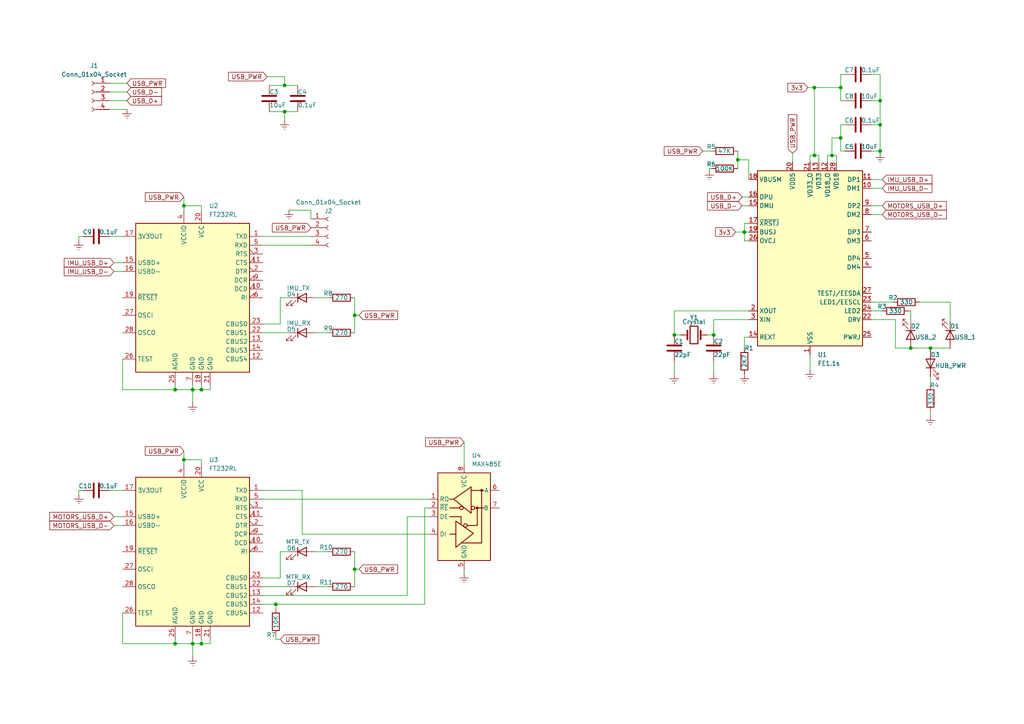
<source format=kicad_sch>
(kicad_sch (version 20231120) (generator "eeschema") (generator_version "8.0")
  (paper "A4")
  (title_block (title "Communication Board for Humanoid Robot"))
  (lib_symbols
    (symbol "Connector:Conn_01x04_Socket" (pin_names (offset 1.016) hide)
      (property "Reference" "J" (at 0 5.08 0))
      (property "Value" "Conn_01x04_Socket" (at 0 -7.62 0))
      (symbol "Conn_01x04_Socket_1_1"
        (arc (start 0 -4.572) (mid -0.5058 -5.08) (end 0 -5.588) (stroke (width 0.1524)))
        (arc (start 0 -2.032) (mid -0.5058 -2.54) (end 0 -3.048) (stroke (width 0.1524)))
        (polyline (pts (xy -1.27 -5.08) (xy -0.508 -5.08)) (stroke (width 0.1524)))
        (polyline (pts (xy -1.27 -2.54) (xy -0.508 -2.54)) (stroke (width 0.1524)))
        (polyline (pts (xy -1.27 0) (xy -0.508 0)) (stroke (width 0.1524)))
        (polyline (pts (xy -1.27 2.54) (xy -0.508 2.54)) (stroke (width 0.1524)))
        (arc (start 0 0.508) (mid -0.5058 0) (end 0 -0.508) (stroke (width 0.1524)))
        (arc (start 0 3.048) (mid -0.5058 2.54) (end 0 2.032) (stroke (width 0.1524)))
        (pin passive line (at -5.08 2.54 0) (length 3.81) (name "Pin_1") (number "1"))
        (pin passive line (at -5.08 0 0) (length 3.81) (name "Pin_2") (number "2"))
        (pin passive line (at -5.08 -2.54 0) (length 3.81) (name "Pin_3") (number "3"))
        (pin passive line (at -5.08 -5.08 0) (length 3.81) (name "Pin_4") (number "4"))
      )
    )
    (symbol "Device:C" (pin_numbers hide) (pin_names (offset 0.254))
      (property "Reference" "C" (at 0.635 2.54 0))
      (property "Value" "C" (at 0.635 -2.54 0))
      (symbol "C_0_1"
        (polyline (pts (xy -2.032 -0.762) (xy 2.032 -0.762)) (stroke (width 0.508)))
        (polyline (pts (xy -2.032 0.762) (xy 2.032 0.762)) (stroke (width 0.508)))
      )
      (symbol "C_1_1"
        (pin passive line (at 0 3.81 270) (length 2.794) (name "~") (number "1"))
        (pin passive line (at 0 -3.81 90) (length 2.794) (name "~") (number "2"))
      )
    )
    (symbol "Device:Crystal" (pin_numbers hide) (pin_names (offset 1.016) hide)
      (property "Reference" "Y" (at 0 3.81 0))
      (property "Value" "Crystal" (at 0 -3.81 0))
      (symbol "Crystal_0_1"
        (rectangle (start -1.143 2.54) (end 1.143 -2.54) (stroke (width 0.3048)))
        (polyline (pts (xy -2.54 0) (xy -1.905 0)))
        (polyline (pts (xy -1.905 -1.27) (xy -1.905 1.27)) (stroke (width 0.508)))
        (polyline (pts (xy 1.905 -1.27) (xy 1.905 1.27)) (stroke (width 0.508)))
        (polyline (pts (xy 2.54 0) (xy 1.905 0)))
      )
      (symbol "Crystal_1_1"
        (pin passive line (at -3.81 0 0) (length 1.27) (name "1") (number "1"))
        (pin passive line (at 3.81 0 180) (length 1.27) (name "2") (number "2"))
      )
    )
    (symbol "Device:LED" (pin_numbers hide) (pin_names (offset 1.016) hide)
      (property "Reference" "D" (at 0 2.54 0))
      (property "Value" "LED" (at 0 -2.54 0))
      (symbol "LED_0_1"
        (polyline (pts (xy -1.27 -1.27) (xy -1.27 1.27)) (stroke (width 0.254)))
        (polyline (pts (xy -1.27 0) (xy 1.27 0)))
        (polyline (pts (xy 1.27 -1.27) (xy 1.27 1.27) (xy -1.27 0) (xy 1.27 -1.27)) (stroke (width 0.254)))
        (polyline (pts (xy -3.048 -0.762) (xy -4.572 -2.286) (xy -3.81 -2.286) (xy -4.572 -2.286) (xy -4.572 -1.524)))
        (polyline (pts (xy -1.778 -0.762) (xy -3.302 -2.286) (xy -2.54 -2.286) (xy -3.302 -2.286) (xy -3.302 -1.524)))
      )
      (symbol "LED_1_1"
        (pin passive line (at -3.81 0 0) (length 2.54) (name "K") (number "1"))
        (pin passive line (at 3.81 0 180) (length 2.54) (name "A") (number "2"))
      )
    )
    (symbol "Device:R" (pin_numbers hide) (pin_names (offset 0))
      (property "Reference" "R" (at 2.032 0 90))
      (property "Value" "R" (at 0 0 90))
      (symbol "R_0_1"
        (rectangle (start -1.016 -2.54) (end 1.016 2.54) (stroke (width 0.254)))
      )
      (symbol "R_1_1"
        (pin passive line (at 0 3.81 270) (length 1.27) (name "~") (number "1"))
        (pin passive line (at 0 -3.81 90) (length 1.27) (name "~") (number "2"))
      )
    )
    (symbol "Interface_UART:MAX485E"
      (property "Reference" "U" (at -6.985 13.97 0))
      (property "Value" "MAX485E" (at 1.905 13.97 0))
      (symbol "MAX485E_0_1"
        (rectangle (start -7.62 12.7) (end 7.62 -12.7) (stroke (width 0.254)) (fill (type background)))
        (polyline (pts (xy -4.191 2.54) (xy -1.27 2.54)) (stroke (width 0.254)))
        (polyline (pts (xy -2.54 -5.08) (xy -4.191 -5.08)) (stroke (width 0.254)))
        (polyline (pts (xy -0.635 -7.62) (xy 5.08 -7.62)) (stroke (width 0.254)))
        (polyline (pts (xy 0.889 -2.54) (xy 3.81 -2.54)) (stroke (width 0.254)))
        (polyline (pts (xy 2.032 7.62) (xy 5.715 7.62)) (stroke (width 0.254)))
        (polyline (pts (xy 3.048 2.54) (xy 5.715 2.54)) (stroke (width 0.254)))
        (polyline (pts (xy 3.81 -2.54) (xy 3.81 2.54)) (stroke (width 0.254)))
        (polyline (pts (xy 5.08 -7.62) (xy 5.08 7.62)) (stroke (width 0.254)))
        (polyline (pts (xy -4.191 0) (xy -0.889 0) (xy -0.889 -2.286)) (stroke (width 0.254)))
        (polyline (pts (xy -3.175 5.08) (xy -4.191 5.08) (xy -4.064 5.08)) (stroke (width 0.254)))
        (polyline (pts (xy -2.413 -5.08) (xy -2.413 -1.27) (xy 2.667 -4.826) (xy -2.413 -8.89) (xy -2.413 -5.08)) (stroke (width 0.254)))
        (circle (center 0.381 -2.54) (radius 0.508) (stroke (width 0.254)))
        (circle (center 3.81 2.54) (radius 0.2794) (stroke (width 0.254)) (fill (type outline)))
      )
      (symbol "MAX485E_1_1"
        (circle (center -0.762 2.54) (radius 0.508) (stroke (width 0.254)))
        (polyline (pts (xy 2.032 4.826) (xy 2.032 8.636) (xy -3.048 5.08) (xy 2.032 1.016) (xy 2.032 4.826)) (stroke (width 0.254)))
        (circle (center 2.54 2.54) (radius 0.508) (stroke (width 0.254)))
        (circle (center 5.08 7.62) (radius 0.2794) (stroke (width 0.254)) (fill (type outline)))
        (pin output line (at -10.16 5.08 0) (length 2.54) (name "RO") (number "1"))
        (pin input line (at -10.16 2.54 0) (length 2.54) (name "~{RE}") (number "2"))
        (pin input line (at -10.16 0 0) (length 2.54) (name "DE") (number "3"))
        (pin input line (at -10.16 -5.08 0) (length 2.54) (name "DI") (number "4"))
        (pin power_in line (at 0 -15.24 90) (length 2.54) (name "GND") (number "5"))
        (pin bidirectional line (at 10.16 7.62 180) (length 2.54) (name "A") (number "6"))
        (pin bidirectional line (at 10.16 2.54 180) (length 2.54) (name "B") (number "7"))
        (pin power_in line (at 0 15.24 270) (length 2.54) (name "VCC") (number "8"))
      )
    )
    (symbol "Interface_USB:FE1.1s"
      (property "Reference" "U" (at -11.43 26.67 0))
      (property "Value" "FE1.1s" (at 12.7 27.94 0))
      (symbol "FE1.1s_0_1"
        (rectangle (start -15.24 25.4) (end 15.24 -25.4) (stroke (width 0.254)) (fill (type background)))
      )
      (symbol "FE1.1s_1_1"
        (pin power_in line (at 0 -27.94 90) (length 2.54) (name "VSS") (number "1"))
        (pin bidirectional line (at 17.78 20.32 180) (length 2.54) (name "DM1") (number "10"))
        (pin bidirectional line (at 17.78 22.86 180) (length 2.54) (name "DP1") (number "11"))
        (pin power_out line (at 5.08 27.94 270) (length 2.54) (name "VD18_O") (number "12"))
        (pin power_in line (at 2.54 27.94 270) (length 2.54) (name "VD33") (number "13"))
        (pin passive line (at -17.78 -22.86 0) (length 2.54) (name "REXT") (number "14"))
        (pin bidirectional line (at -17.78 15.24 0) (length 2.54) (name "DMU") (number "15"))
        (pin bidirectional line (at -17.78 17.78 0) (length 2.54) (name "DPU") (number "16"))
        (pin input line (at -17.78 10.16 0) (length 2.54) (name "~{XRSTJ}") (number "17"))
        (pin input line (at -17.78 22.86 0) (length 2.54) (name "VBUSM") (number "18"))
        (pin input line (at -17.78 7.62 0) (length 2.54) (name "BUSJ") (number "19"))
        (pin output line (at -17.78 -15.24 0) (length 2.54) (name "XOUT") (number "2"))
        (pin power_in line (at -5.08 27.94 270) (length 2.54) (name "VDD5") (number "20"))
        (pin power_out line (at 0 27.94 270) (length 2.54) (name "VD33_O") (number "21"))
        (pin bidirectional line (at 17.78 -17.78 180) (length 2.54) (name "DRV") (number "22"))
        (pin bidirectional line (at 17.78 -12.7 180) (length 2.54) (name "LED1/EESCL") (number "23"))
        (pin bidirectional line (at 17.78 -15.24 180) (length 2.54) (name "LED2") (number "24"))
        (pin output line (at 17.78 -22.86 180) (length 2.54) (name "PWRJ") (number "25"))
        (pin input line (at -17.78 5.08 0) (length 2.54) (name "OVCJ") (number "26"))
        (pin bidirectional line (at 17.78 -10.16 180) (length 2.54) (name "TESTJ/EESDA") (number "27"))
        (pin power_in line (at 7.62 27.94 270) (length 2.54) (name "VD18") (number "28"))
        (pin input line (at -17.78 -17.78 0) (length 2.54) (name "XIN") (number "3"))
        (pin bidirectional line (at 17.78 -2.54 180) (length 2.54) (name "DM4") (number "4"))
        (pin bidirectional line (at 17.78 0 180) (length 2.54) (name "DP4") (number "5"))
        (pin bidirectional line (at 17.78 5.08 180) (length 2.54) (name "DM3") (number "6"))
        (pin bidirectional line (at 17.78 7.62 180) (length 2.54) (name "DP3") (number "7"))
        (pin bidirectional line (at 17.78 12.7 180) (length 2.54) (name "DM2") (number "8"))
        (pin bidirectional line (at 17.78 15.24 180) (length 2.54) (name "DP2") (number "9"))
      )
    )
    (symbol "Interface_USB:FT232RL"
      (property "Reference" "U" (at -16.51 22.86 0))
      (property "Value" "FT232RL" (at 10.16 22.86 0))
      (symbol "FT232RL_0_1"
        (rectangle (start -16.51 21.59) (end 16.51 -21.59) (stroke (width 0.254)) (fill (type background)))
      )
      (symbol "FT232RL_1_1"
        (pin output line (at 20.32 17.78 180) (length 3.81) (name "TXD") (number "1"))
        (pin input input_low (at 20.32 2.54 180) (length 3.81) (name "DCD") (number "10"))
        (pin input input_low (at 20.32 10.16 180) (length 3.81) (name "CTS") (number "11"))
        (pin bidirectional line (at 20.32 -17.78 180) (length 3.81) (name "CBUS4") (number "12"))
        (pin bidirectional line (at 20.32 -12.7 180) (length 3.81) (name "CBUS2") (number "13"))
        (pin bidirectional line (at 20.32 -15.24 180) (length 3.81) (name "CBUS3") (number "14"))
        (pin bidirectional line (at -20.32 10.16 0) (length 3.81) (name "USBD+") (number "15"))
        (pin bidirectional line (at -20.32 7.62 0) (length 3.81) (name "USBD-") (number "16"))
        (pin power_out line (at -20.32 17.78 0) (length 3.81) (name "3V3OUT") (number "17"))
        (pin power_in line (at 2.54 -25.4 90) (length 3.81) (name "GND") (number "18"))
        (pin input line (at -20.32 0 0) (length 3.81) (name "~{RESET}") (number "19"))
        (pin output output_low (at 20.32 7.62 180) (length 3.81) (name "DTR") (number "2"))
        (pin power_in line (at 2.54 25.4 270) (length 3.81) (name "VCC") (number "20"))
        (pin power_in line (at 5.08 -25.4 90) (length 3.81) (name "GND") (number "21"))
        (pin bidirectional line (at 20.32 -10.16 180) (length 3.81) (name "CBUS1") (number "22"))
        (pin bidirectional line (at 20.32 -7.62 180) (length 3.81) (name "CBUS0") (number "23"))
        (pin power_in line (at -5.08 -25.4 90) (length 3.81) (name "AGND") (number "25"))
        (pin input line (at -20.32 -17.78 0) (length 3.81) (name "TEST") (number "26"))
        (pin input line (at -20.32 -5.08 0) (length 3.81) (name "OSCI") (number "27"))
        (pin output line (at -20.32 -10.16 0) (length 3.81) (name "OSCO") (number "28"))
        (pin output output_low (at 20.32 12.7 180) (length 3.81) (name "RTS") (number "3"))
        (pin power_in line (at -2.54 25.4 270) (length 3.81) (name "VCCIO") (number "4"))
        (pin input line (at 20.32 15.24 180) (length 3.81) (name "RXD") (number "5"))
        (pin input input_low (at 20.32 0 180) (length 3.81) (name "RI") (number "6"))
        (pin power_in line (at 0 -25.4 90) (length 3.81) (name "GND") (number "7"))
        (pin input input_low (at 20.32 5.08 180) (length 3.81) (name "DCR") (number "9"))
      )
    )
    (symbol "power:GNDREF" (power) (pin_names (offset 0))
      (property "Value" "GNDREF" (at 0 -3.81 0))
      (symbol "GNDREF_0_1"
        (polyline (pts (xy -0.635 -1.905) (xy 0.635 -1.905)))
        (polyline (pts (xy -0.127 -2.54) (xy 0.127 -2.54)))
        (polyline (pts (xy 0 -1.27) (xy 0 0)))
        (polyline (pts (xy 1.27 -1.27) (xy -1.27 -1.27)))
      )
      (symbol "GNDREF_1_1"
        (pin power_in line (at 0 0 270) (length 0) hide (name "GNDREF") (number "1"))
      )
    )
  )
  (junction (at 50.8 186.69))
  (junction (at 269.875 100.965))
  (junction (at 53.34 133.35))
  (junction (at 102.87 165.1))
  (junction (at 58.42 186.69))
  (junction (at 195.58 97.155))
  (junction (at 255.27 43.815))
  (junction (at 207.01 97.155))
  (junction (at 55.88 113.03))
  (junction (at 55.88 186.69))
  (junction (at 243.84 25.4))
  (junction (at 102.87 91.44))
  (junction (at 243.84 40.005))
  (junction (at 236.22 25.4))
  (junction (at 241.3 45.085))
  (junction (at 80.01 175.26))
  (junction (at 255.27 29.21))
  (junction (at 215.9 67.31))
  (junction (at 255.27 36.195))
  (junction (at 264.16 100.965))
  (junction (at 50.8 113.03))
  (junction (at 213.995 46.355))
  (junction (at 236.22 45.085))
  (junction (at 82.55 32.385))
  (junction (at 53.34 59.69))
  (junction (at 58.42 113.03))
  (junction (at 82.55 24.765))
  (wire (pts (xy 50.8 186.69) (xy 55.88 186.69)))
  (wire (pts (xy 82.55 22.225) (xy 82.55 24.765)))
  (wire (pts (xy 118.11 172.72) (xy 118.11 149.86)))
  (wire (pts (xy 255.27 43.815) (xy 252.73 43.815)))
  (wire (pts (xy 95.25 160.02) (xy 91.44 160.02)))
  (wire (pts (xy 60.96 111.76) (xy 60.96 113.03)))
  (wire (pts (xy 102.87 91.44) (xy 102.87 86.36)))
  (wire (pts (xy 207.01 108.585) (xy 207.01 104.775)))
  (wire (pts (xy 53.34 57.15) (xy 53.34 59.69)))
  (wire (pts (xy 237.49 45.085) (xy 237.49 46.99)))
  (wire (pts (xy 76.2 172.72) (xy 118.11 172.72)))
  (wire (pts (xy 33.02 152.4) (xy 35.56 152.4)))
  (wire (pts (xy 60.96 186.69) (xy 58.42 186.69)))
  (wire (pts (xy 76.2 175.26) (xy 80.01 175.26)))
  (wire (pts (xy 80.01 185.42) (xy 80.01 184.15)))
  (wire (pts (xy 215.9 64.77) (xy 215.9 67.31)))
  (wire (pts (xy 31.75 142.24) (xy 35.56 142.24)))
  (wire (pts (xy 243.84 21.59) (xy 243.84 25.4)))
  (wire (pts (xy 78.105 24.765) (xy 82.55 24.765)))
  (wire (pts (xy 243.84 40.005) (xy 243.84 43.815)))
  (wire (pts (xy 87.63 142.24) (xy 87.63 154.94)))
  (wire (pts (xy 215.265 59.69) (xy 217.17 59.69)))
  (wire (pts (xy 255.905 54.61) (xy 252.73 54.61)))
  (wire (pts (xy 95.25 170.18) (xy 91.44 170.18)))
  (wire (pts (xy 217.17 97.79) (xy 215.9 97.79)))
  (wire (pts (xy 234.315 25.4) (xy 236.22 25.4)))
  (wire (pts (xy 269.875 109.22) (xy 269.875 111.76)))
  (wire (pts (xy 24.13 68.58) (xy 22.86 68.58)))
  (wire (pts (xy 76.2 142.24) (xy 87.63 142.24)))
  (wire (pts (xy 229.87 46.99) (xy 229.87 44.45)))
  (wire (pts (xy 55.88 186.69) (xy 58.42 186.69)))
  (wire (pts (xy 255.27 21.59) (xy 255.27 29.21)))
  (wire (pts (xy 243.84 21.59) (xy 245.11 21.59)))
  (wire (pts (xy 264.16 100.965) (xy 269.875 100.965)))
  (wire (pts (xy 266.7 87.63) (xy 275.59 87.63)))
  (wire (pts (xy 269.875 120.65) (xy 269.875 119.38)))
  (wire (pts (xy 35.56 177.8) (xy 35.56 186.69)))
  (wire (pts (xy 76.2 170.18) (xy 83.82 170.18)))
  (wire (pts (xy 95.25 96.52) (xy 91.44 96.52)))
  (wire (pts (xy 60.96 185.42) (xy 60.96 186.69)))
  (wire (pts (xy 215.9 67.31) (xy 217.17 67.31)))
  (wire (pts (xy 255.27 21.59) (xy 252.73 21.59)))
  (wire (pts (xy 33.02 149.86) (xy 35.56 149.86)))
  (wire (pts (xy 243.84 43.815) (xy 245.11 43.815)))
  (wire (pts (xy 205.74 48.895) (xy 206.375 48.895)))
  (wire (pts (xy 53.34 130.81) (xy 53.34 133.35)))
  (wire (pts (xy 243.84 25.4) (xy 243.84 29.21)))
  (wire (pts (xy 77.47 22.225) (xy 82.55 22.225)))
  (wire (pts (xy 55.88 186.69) (xy 55.88 190.5)))
  (wire (pts (xy 195.58 97.155) (xy 197.485 97.155)))
  (wire (pts (xy 22.86 142.24) (xy 22.86 143.51)))
  (wire (pts (xy 35.56 104.14) (xy 35.56 113.03)))
  (wire (pts (xy 240.03 45.085) (xy 241.3 45.085)))
  (wire (pts (xy 255.27 36.195) (xy 255.27 43.815)))
  (wire (pts (xy 95.25 86.36) (xy 91.44 86.36)))
  (wire (pts (xy 50.8 185.42) (xy 50.8 186.69)))
  (wire (pts (xy 241.3 45.085) (xy 242.57 45.085)))
  (wire (pts (xy 243.84 36.195) (xy 243.84 40.005)))
  (wire (pts (xy 33.02 76.2) (xy 35.56 76.2)))
  (wire (pts (xy 58.42 111.76) (xy 58.42 113.03)))
  (wire (pts (xy 275.59 87.63) (xy 275.59 93.345)))
  (wire (pts (xy 255.27 44.45) (xy 255.27 43.815)))
  (wire (pts (xy 82.55 32.385) (xy 86.36 32.385)))
  (wire (pts (xy 134.62 128.27) (xy 134.62 134.62)))
  (wire (pts (xy 242.57 45.085) (xy 242.57 46.99)))
  (wire (pts (xy 234.95 45.085) (xy 236.22 45.085)))
  (wire (pts (xy 264.16 90.17) (xy 263.525 90.17)))
  (wire (pts (xy 259.715 100.965) (xy 264.16 100.965)))
  (wire (pts (xy 55.88 113.03) (xy 55.88 116.84)))
  (wire (pts (xy 234.95 102.87) (xy 234.95 107.315)))
  (wire (pts (xy 123.19 175.26) (xy 123.19 147.32)))
  (wire (pts (xy 217.17 46.355) (xy 217.17 52.07)))
  (wire (pts (xy 215.9 67.31) (xy 215.9 69.85)))
  (wire (pts (xy 58.42 59.69) (xy 53.34 59.69)))
  (wire (pts (xy 252.73 62.23) (xy 255.905 62.23)))
  (wire (pts (xy 213.36 67.31) (xy 215.9 67.31)))
  (wire (pts (xy 58.42 185.42) (xy 58.42 186.69)))
  (wire (pts (xy 195.58 90.17) (xy 217.17 90.17)))
  (wire (pts (xy 83.82 160.02) (xy 81.28 160.02)))
  (wire (pts (xy 252.73 59.69) (xy 255.905 59.69)))
  (wire (pts (xy 90.17 60.96) (xy 83.82 60.96)))
  (wire (pts (xy 195.58 90.17) (xy 195.58 97.155)))
  (wire (pts (xy 55.88 186.69) (xy 55.88 185.42)))
  (wire (pts (xy 236.22 25.4) (xy 243.84 25.4)))
  (wire (pts (xy 203.835 43.815) (xy 206.375 43.815)))
  (wire (pts (xy 36.83 29.21) (xy 31.75 29.21)))
  (wire (pts (xy 118.11 149.86) (xy 124.46 149.86)))
  (wire (pts (xy 215.9 69.85) (xy 217.17 69.85)))
  (wire (pts (xy 55.88 113.03) (xy 55.88 111.76)))
  (wire (pts (xy 123.19 147.32) (xy 124.46 147.32)))
  (wire (pts (xy 215.265 57.15) (xy 217.17 57.15)))
  (wire (pts (xy 252.73 92.71) (xy 259.715 92.71)))
  (wire (pts (xy 58.42 60.96) (xy 58.42 59.69)))
  (wire (pts (xy 205.74 49.53) (xy 205.74 48.895)))
  (wire (pts (xy 81.28 93.98) (xy 76.2 93.98)))
  (wire (pts (xy 213.995 46.355) (xy 217.17 46.355)))
  (wire (pts (xy 36.83 24.13) (xy 31.75 24.13)))
  (wire (pts (xy 53.34 59.69) (xy 53.34 60.96)))
  (wire (pts (xy 102.87 165.1) (xy 102.87 170.18)))
  (wire (pts (xy 236.22 45.085) (xy 237.49 45.085)))
  (wire (pts (xy 76.2 144.78) (xy 124.46 144.78)))
  (wire (pts (xy 255.905 90.17) (xy 252.73 90.17)))
  (wire (pts (xy 24.13 142.24) (xy 22.86 142.24)))
  (wire (pts (xy 80.01 176.53) (xy 80.01 175.26)))
  (wire (pts (xy 81.28 160.02) (xy 81.28 167.64)))
  (wire (pts (xy 82.55 24.765) (xy 86.36 24.765)))
  (wire (pts (xy 213.995 46.355) (xy 213.995 43.815)))
  (wire (pts (xy 76.2 96.52) (xy 83.82 96.52)))
  (wire (pts (xy 243.84 29.21) (xy 245.11 29.21)))
  (wire (pts (xy 264.16 93.345) (xy 264.16 90.17)))
  (wire (pts (xy 78.105 32.385) (xy 82.55 32.385)))
  (wire (pts (xy 213.995 48.895) (xy 213.995 46.355)))
  (wire (pts (xy 243.84 36.195) (xy 245.11 36.195)))
  (wire (pts (xy 83.82 86.36) (xy 81.28 86.36)))
  (wire (pts (xy 102.87 165.1) (xy 102.87 160.02)))
  (wire (pts (xy 58.42 134.62) (xy 58.42 133.35)))
  (wire (pts (xy 207.01 92.71) (xy 207.01 97.155)))
  (wire (pts (xy 76.2 68.58) (xy 90.17 68.58)))
  (wire (pts (xy 55.88 113.03) (xy 58.42 113.03)))
  (wire (pts (xy 58.42 133.35) (xy 53.34 133.35)))
  (wire (pts (xy 60.96 113.03) (xy 58.42 113.03)))
  (wire (pts (xy 255.27 29.21) (xy 252.73 29.21)))
  (wire (pts (xy 50.8 113.03) (xy 55.88 113.03)))
  (wire (pts (xy 234.95 46.99) (xy 234.95 45.085)))
  (wire (pts (xy 217.17 64.77) (xy 215.9 64.77)))
  (wire (pts (xy 36.83 31.75) (xy 31.75 31.75)))
  (wire (pts (xy 259.715 92.71) (xy 259.715 100.965)))
  (wire (pts (xy 241.3 45.085) (xy 241.3 40.005)))
  (wire (pts (xy 35.56 113.03) (xy 50.8 113.03)))
  (wire (pts (xy 80.01 175.26) (xy 123.19 175.26)))
  (wire (pts (xy 76.2 71.12) (xy 90.17 71.12)))
  (wire (pts (xy 22.86 68.58) (xy 22.86 69.85)))
  (wire (pts (xy 104.14 91.44) (xy 102.87 91.44)))
  (wire (pts (xy 81.28 185.42) (xy 80.01 185.42)))
  (wire (pts (xy 82.55 34.925) (xy 82.55 32.385)))
  (wire (pts (xy 35.56 186.69) (xy 50.8 186.69)))
  (wire (pts (xy 205.105 97.155) (xy 207.01 97.155)))
  (wire (pts (xy 207.01 92.71) (xy 217.17 92.71)))
  (wire (pts (xy 36.83 26.67) (xy 31.75 26.67)))
  (wire (pts (xy 241.3 40.005) (xy 243.84 40.005)))
  (wire (pts (xy 53.34 133.35) (xy 53.34 134.62)))
  (wire (pts (xy 255.27 29.21) (xy 255.27 36.195)))
  (wire (pts (xy 215.9 97.79) (xy 215.9 100.965)))
  (wire (pts (xy 195.58 108.585) (xy 195.58 104.775)))
  (wire (pts (xy 104.14 165.1) (xy 102.87 165.1)))
  (wire (pts (xy 236.22 25.4) (xy 236.22 45.085)))
  (wire (pts (xy 81.28 86.36) (xy 81.28 93.98)))
  (wire (pts (xy 50.8 111.76) (xy 50.8 113.03)))
  (wire (pts (xy 269.875 100.965) (xy 269.875 101.6)))
  (wire (pts (xy 33.02 78.74) (xy 35.56 78.74)))
  (wire (pts (xy 87.63 154.94) (xy 124.46 154.94)))
  (wire (pts (xy 255.27 36.195) (xy 252.73 36.195)))
  (wire (pts (xy 255.905 52.07) (xy 252.73 52.07)))
  (wire (pts (xy 90.17 60.96) (xy 90.17 63.5)))
  (wire (pts (xy 134.62 165.1) (xy 134.62 166.37)))
  (wire (pts (xy 31.75 68.58) (xy 35.56 68.58)))
  (wire (pts (xy 240.03 46.99) (xy 240.03 45.085)))
  (wire (pts (xy 81.28 167.64) (xy 76.2 167.64)))
  (wire (pts (xy 102.87 91.44) (xy 102.87 96.52)))
  (wire (pts (xy 269.875 100.965) (xy 275.59 100.965)))
  (wire (pts (xy 259.08 87.63) (xy 252.73 87.63)))
  (global_label "3v3" (shape input) (at 234.315 25.4 180) (property "Intersheetrefs" "${INTERSHEET_REFS}" (effects (hide yes))))
  (global_label "USB_PWR" (shape input) (at 229.87 44.45 90) (property "Intersheetrefs" "${INTERSHEET_REFS}" (effects (hide yes))))
  (global_label "USB_PWR" (shape input) (at 81.28 185.42 0) (property "Intersheetrefs" "${INTERSHEET_REFS}" (effects (hide yes))))
  (global_label "USB_PWR" (shape input) (at 104.14 165.1 0) (property "Intersheetrefs" "${INTERSHEET_REFS}" (effects (hide yes))))
  (global_label "USB_PWR" (shape input) (at 53.34 57.15 180) (property "Intersheetrefs" "${INTERSHEET_REFS}" (effects (hide yes))))
  (global_label "IMU_USB_D+" (shape input) (at 255.905 52.07 0) (property "Intersheetrefs" "${INTERSHEET_REFS}" (effects (hide yes))))
  (global_label "USB_PWR" (shape input) (at 53.34 130.81 180) (property "Intersheetrefs" "${INTERSHEET_REFS}" (effects (hide yes))))
  (global_label "USB_PWR" (shape input) (at 90.17 66.04 180) (property "Intersheetrefs" "${INTERSHEET_REFS}" (effects (hide yes))))
  (global_label "IMU_USB_D-" (shape input) (at 33.02 78.74 180) (property "Intersheetrefs" "${INTERSHEET_REFS}" (effects (hide yes))))
  (global_label "MOTORS_USB_D-" (shape input) (at 33.02 152.4 180) (property "Intersheetrefs" "${INTERSHEET_REFS}" (effects (hide yes))))
  (global_label "USB_D+" (shape input) (at 215.265 57.15 180) (property "Intersheetrefs" "${INTERSHEET_REFS}" (effects (hide yes))))
  (global_label "MOTORS_USB_D+" (shape input) (at 33.02 149.86 180) (property "Intersheetrefs" "${INTERSHEET_REFS}" (effects (hide yes))))
  (global_label "IMU_USB_D+" (shape input) (at 33.02 76.2 180) (property "Intersheetrefs" "${INTERSHEET_REFS}" (effects (hide yes))))
  (global_label "USB_D-" (shape input) (at 215.265 59.69 180) (property "Intersheetrefs" "${INTERSHEET_REFS}" (effects (hide yes))))
  (global_label "USB_PWR" (shape input) (at 77.47 22.225 180) (property "Intersheetrefs" "${INTERSHEET_REFS}" (effects (hide yes))))
  (global_label "USB_PWR" (shape input) (at 134.62 128.27 180) (property "Intersheetrefs" "${INTERSHEET_REFS}" (effects (hide yes))))
  (global_label "USB_PWR" (shape input) (at 36.83 24.13 0) (property "Intersheetrefs" "${INTERSHEET_REFS}" (effects (hide yes))))
  (global_label "IMU_USB_D-" (shape input) (at 255.905 54.61 0) (property "Intersheetrefs" "${INTERSHEET_REFS}" (effects (hide yes))))
  (global_label "3v3" (shape input) (at 213.36 67.31 180) (property "Intersheetrefs" "${INTERSHEET_REFS}" (effects (hide yes))))
  (global_label "USB_PWR" (shape input) (at 104.14 91.44 0) (property "Intersheetrefs" "${INTERSHEET_REFS}" (effects (hide yes))))
  (global_label "USB_D-" (shape input) (at 36.83 26.67 0) (property "Intersheetrefs" "${INTERSHEET_REFS}" (effects (hide yes))))
  (global_label "USB_D+" (shape input) (at 36.83 29.21 0) (property "Intersheetrefs" "${INTERSHEET_REFS}" (effects (hide yes))))
  (global_label "MOTORS_USB_D-" (shape input) (at 255.905 62.23 0) (property "Intersheetrefs" "${INTERSHEET_REFS}" (effects (hide yes))))
  (global_label "USB_PWR" (shape input) (at 203.835 43.815 180) (property "Intersheetrefs" "${INTERSHEET_REFS}" (effects (hide yes))))
  (global_label "MOTORS_USB_D+" (shape input) (at 255.905 59.69 0) (property "Intersheetrefs" "${INTERSHEET_REFS}" (effects (hide yes))))
  (symbol (lib_id "power:GNDREF") (at 269.875 120.65 0) (unit 1)
    (property "Reference" "#PWR04" (effects (hide yes)))
    (property "Value" "GNDREF" (effects (hide yes)))
  )
  (symbol (lib_id "power:GNDREF") (at 83.82 60.96 0) (unit 1)
    (property "Reference" "#PWR012" (effects (hide yes)))
    (property "Value" "GNDREF" (effects (hide yes)))
  )
  (symbol (lib_id "Device:R") (at 210.185 48.895 90) (unit 1)
    (property "Reference" "R6" (at 207.645 47.625 90) (effects (justify left)))
    (property "Value" "100K" (at 212.725 48.895 90) (effects (justify left)))
    (property "Footprint" "Resistor_SMD:R_1206_3216Metric" (effects (hide yes)))
  )
  (symbol (lib_id "power:GNDREF") (at 234.95 107.315 0) (unit 1)
    (property "Reference" "#PWR06" (effects (hide yes)))
    (property "Value" "GNDREF" (effects (hide yes)))
  )
  (symbol (lib_id "Device:C") (at 248.92 36.195 90) (unit 1)
    (property "Reference" "C6" (at 247.65 34.925 90) (effects (justify left)))
    (property "Value" "0.1uF" (at 255.27 34.925 90) (effects (justify left)))
    (property "Footprint" "Capacitor_SMD:C_1206_3216Metric" (effects (hide yes)))
  )
  (symbol (lib_id "Device:C") (at 27.94 68.58 90) (unit 1)
    (property "Reference" "C9" (at 26.67 67.31 90) (effects (justify left)))
    (property "Value" "0.1uF" (at 34.29 67.31 90) (effects (justify left)))
    (property "Footprint" "Capacitor_SMD:C_1206_3216Metric" (effects (hide yes)))
  )
  (symbol (lib_id "Device:LED") (at 87.63 170.18 0) (unit 1)
    (property "Reference" "D7" (at 85.852 169.164 0) (effects (justify right)))
    (property "Value" "MTR_RX" (at 90.17 167.386 0) (effects (justify right)))
    (property "Footprint" "LED_SMD:LED_1206_3216Metric_Pad1.42x1.75mm_HandSolder" (effects (hide yes)))
  )
  (symbol (lib_id "Device:LED") (at 264.16 97.155 270) (unit 1)
    (property "Reference" "D2" (at 264.16 94.615 90) (effects (justify left)))
    (property "Value" "USB_2" (at 265.43 97.79 90) (effects (justify left)))
    (property "Footprint" "LED_SMD:LED_1206_3216Metric_Pad1.42x1.75mm_HandSolder" (effects (hide yes)))
  )
  (symbol (lib_id "Device:R") (at 99.06 86.36 90) (unit 1)
    (property "Reference" "R8" (at 96.52 85.09 90) (effects (justify left)))
    (property "Value" "270" (at 99.06 86.36 90))
    (property "Footprint" "Resistor_SMD:R_1206_3216Metric" (effects (hide yes)))
  )
  (symbol (lib_id "Interface_USB:FT232RL") (at 55.88 160.02 0) (unit 1)
    (property "Reference" "U3" (at 60.6141 133.35 0) (effects (justify left)))
    (property "Value" "FT232RL" (at 60.6141 135.89 0) (effects (justify left)))
    (property "Footprint" "Package_SO:SSOP-28_5.3x10.2mm_P0.65mm" (effects (hide yes)))
    (property "Datasheet" "https://www.ftdichip.com/Support/Documents/DataSheets/ICs/DS_FT232R.pdf" (effects (hide yes)))
    (property "Description" "USB to Serial Interface, SSOP-28" (effects (hide yes)))
  )
  (symbol (lib_id "Device:C") (at 207.01 100.965 0) (unit 1)
    (property "Reference" "C2" (at 207.01 99.06 0) (effects (justify left)))
    (property "Value" "22pF" (at 207.01 102.87 0) (effects (justify left)))
    (property "Footprint" "Capacitor_SMD:C_1206_3216Metric" (effects (hide yes)))
  )
  (symbol (lib_id "Device:R") (at 210.185 43.815 90) (unit 1)
    (property "Reference" "R5" (at 207.645 42.545 90) (effects (justify left)))
    (property "Value" "47K" (at 212.09 43.815 90) (effects (justify left)))
    (property "Footprint" "Resistor_SMD:R_1206_3216Metric" (effects (hide yes)))
  )
  (symbol (lib_id "power:GNDREF") (at 22.86 143.51 0) (unit 1)
    (property "Reference" "#PWR013" (effects (hide yes)))
    (property "Value" "GNDREF" (effects (hide yes)))
  )
  (symbol (lib_id "power:GNDREF") (at 207.01 108.585 0) (unit 1)
    (property "Reference" "#PWR02" (effects (hide yes)))
    (property "Value" "GNDREF" (effects (hide yes)))
  )
  (symbol (lib_id "power:GNDREF") (at 255.27 44.45 0) (unit 1)
    (property "Reference" "#PWR09" (effects (hide yes)))
    (property "Value" "GNDREF" (effects (hide yes)))
  )
  (symbol (lib_id "Device:C") (at 78.105 28.575 0) (unit 1)
    (property "Reference" "C3" (at 78.105 26.67 0) (effects (justify left)))
    (property "Value" "10uF" (at 78.105 30.48 0) (effects (justify left)))
    (property "Footprint" "Capacitor_SMD:C_1206_3216Metric" (effects (hide yes)))
  )
  (symbol (lib_id "power:GNDREF") (at 215.9 108.585 0) (unit 1)
    (property "Reference" "#PWR01" (effects (hide yes)))
    (property "Value" "GNDREF" (effects (hide yes)))
  )
  (symbol (lib_id "Device:R") (at 262.89 87.63 90) (unit 1)
    (property "Reference" "R2" (at 260.35 86.36 90) (effects (justify left)))
    (property "Value" "330" (at 262.89 87.63 90))
    (property "Footprint" "Resistor_SMD:R_1206_3216Metric" (effects (hide yes)))
  )
  (symbol (lib_id "power:GNDREF") (at 205.74 49.53 0) (unit 1)
    (property "Reference" "#PWR08" (effects (hide yes)))
    (property "Value" "GNDREF" (effects (hide yes)))
  )
  (symbol (lib_id "Interface_UART:MAX485E") (at 134.62 149.86 0) (unit 1)
    (property "Reference" "U4" (at 136.8141 132.08 0) (effects (justify left)))
    (property "Value" "MAX485E" (at 136.8141 134.62 0) (effects (justify left)))
    (property "Footprint" "Package_SO:SOIC-8_3.9x4.9mm_P1.27mm" (effects (hide yes)))
    (property "Datasheet" "https://datasheets.maximintegrated.com/en/ds/MAX1487E-MAX491E.pdf" (effects (hide yes)))
    (property "Description" "Half duplex RS-485/RS-422, 2.5 Mbps, ±15kV electro-static discharge (ESD) protection, no slew-rate, no low-power shutdown, with receiver/driver enable, 32 receiver drive capability, DIP-8 and SOIC-8" (effects (hide yes)))
  )
  (symbol (lib_id "Device:R") (at 99.06 96.52 90) (unit 1)
    (property "Reference" "R9" (at 96.52 95.25 90) (effects (justify left)))
    (property "Value" "270" (at 99.06 96.52 90))
    (property "Footprint" "Resistor_SMD:R_1206_3216Metric" (effects (hide yes)))
  )
  (symbol (lib_id "power:GNDREF") (at 195.58 108.585 0) (unit 1)
    (property "Reference" "#PWR03" (effects (hide yes)))
    (property "Value" "GNDREF" (effects (hide yes)))
  )
  (symbol (lib_id "Interface_USB:FT232RL") (at 55.88 86.36 0) (unit 1)
    (property "Reference" "U2" (at 60.6141 59.69 0) (effects (justify left)))
    (property "Value" "FT232RL" (at 60.6141 62.23 0) (effects (justify left)))
    (property "Footprint" "Package_SO:SSOP-28_5.3x10.2mm_P0.65mm" (effects (hide yes)))
    (property "Datasheet" "https://www.ftdichip.com/Support/Documents/DataSheets/ICs/DS_FT232R.pdf" (effects (hide yes)))
    (property "Description" "USB to Serial Interface, SSOP-28" (effects (hide yes)))
  )
  (symbol (lib_id "Interface_USB:FE1.1s") (at 234.95 74.93 0) (unit 1)
    (property "Reference" "U1" (at 237.1441 102.87 0) (effects (justify left)))
    (property "Value" "FE1.1s" (at 237.1441 105.41 0) (effects (justify left)))
    (property "Footprint" "Package_SO:SSOP-28_3.9x9.9mm_P0.635mm" (effects (hide yes)))
    (property "Datasheet" "https://cdn-shop.adafruit.com/product-files/2991/FE1.1s+Data+Sheet+(Rev.+1.0).pdf" (effects (hide yes)))
  )
  (symbol (lib_id "Device:C") (at 248.92 29.21 90) (unit 1)
    (property "Reference" "C8" (at 247.65 27.94 90) (effects (justify left)))
    (property "Value" "10uF" (at 254.635 27.94 90) (effects (justify left)))
    (property "Footprint" "Capacitor_SMD:C_1206_3216Metric" (effects (hide yes)))
  )
  (symbol (lib_id "power:GNDREF") (at 134.62 166.37 0) (unit 1)
    (property "Reference" "#PWR015" (effects (hide yes)))
    (property "Value" "GNDREF" (effects (hide yes)))
  )
  (symbol (lib_id "Device:C") (at 27.94 142.24 90) (unit 1)
    (property "Reference" "C10" (at 26.67 140.97 90) (effects (justify left)))
    (property "Value" "0.1uF" (at 34.29 140.97 90) (effects (justify left)))
    (property "Footprint" "Capacitor_SMD:C_1206_3216Metric" (effects (hide yes)))
  )
  (symbol (lib_id "Device:LED") (at 87.63 96.52 0) (unit 1)
    (property "Reference" "D5" (at 85.852 95.504 0) (effects (justify right)))
    (property "Value" "IMU_RX" (at 90.17 93.726 0) (effects (justify right)))
    (property "Footprint" "LED_SMD:LED_1206_3216Metric_Pad1.42x1.75mm_HandSolder" (effects (hide yes)))
  )
  (symbol (lib_id "Device:LED") (at 269.875 105.41 90) (unit 1)
    (property "Reference" "D3" (at 269.875 102.87 90) (effects (justify right)))
    (property "Value" "HUB_PWR" (at 271.145 106.045 90) (effects (justify right)))
    (property "Footprint" "LED_SMD:LED_1206_3216Metric_Pad1.42x1.75mm_HandSolder" (effects (hide yes)))
  )
  (symbol (lib_id "Connector:Conn_01x04_Socket") (at 26.67 26.67 0) (mirror y) (unit 1)
    (property "Reference" "J1" (at 27.305 19.05 0))
    (property "Value" "Conn_01x04_Socket" (at 27.305 21.59 0))
    (property "Footprint" "Connector_PinHeader_2.54mm:PinHeader_1x04_P2.54mm_Vertical" (effects (hide yes)))
  )
  (symbol (lib_id "Device:R") (at 215.9 104.775 0) (unit 1)
    (property "Reference" "R1" (at 215.9 100.965 0) (effects (justify left)))
    (property "Value" "2K7" (at 215.9 106.68 90) (effects (justify left)))
    (property "Footprint" "Resistor_SMD:R_1206_3216Metric" (effects (hide yes)))
  )
  (symbol (lib_id "Device:C") (at 248.92 43.815 90) (unit 1)
    (property "Reference" "C5" (at 247.65 42.545 90) (effects (justify left)))
    (property "Value" "10uF" (at 254.635 42.545 90) (effects (justify left)))
    (property "Footprint" "Capacitor_SMD:C_1206_3216Metric" (effects (hide yes)))
  )
  (symbol (lib_id "Device:R") (at 259.715 90.17 90) (unit 1)
    (property "Reference" "R3" (at 257.175 88.9 90) (effects (justify left)))
    (property "Value" "330" (at 261.62 90.17 90) (effects (justify left)))
    (property "Footprint" "Resistor_SMD:R_1206_3216Metric" (effects (hide yes)))
  )
  (symbol (lib_id "power:GNDREF") (at 55.88 116.84 0) (unit 1)
    (property "Reference" "#PWR011" (effects (hide yes)))
    (property "Value" "GNDREF" (effects (hide yes)))
  )
  (symbol (lib_id "power:GNDREF") (at 55.88 190.5 0) (unit 1)
    (property "Reference" "#PWR014" (effects (hide yes)))
    (property "Value" "GNDREF" (effects (hide yes)))
  )
  (symbol (lib_id "Device:R") (at 80.01 180.34 180) (unit 1)
    (property "Reference" "R7" (at 80.01 184.15 0) (effects (justify left)))
    (property "Value" "10K" (at 80.01 178.435 90) (effects (justify left)))
    (property "Footprint" "Resistor_SMD:R_1206_3216Metric" (effects (hide yes)))
  )
  (symbol (lib_id "Connector:Conn_01x04_Socket") (at 95.25 66.04 0) (unit 1)
    (property "Reference" "J2" (at 95.25 61.214 0))
    (property "Value" "Conn_01x04_Socket" (at 95.25 58.674 0))
    (property "Footprint" "Connector_PinHeader_2.54mm:PinHeader_1x04_P2.54mm_Vertical" (effects (hide yes)))
  )
  (symbol (lib_id "Device:C") (at 248.92 21.59 90) (unit 1)
    (property "Reference" "C7" (at 247.65 20.32 90) (effects (justify left)))
    (property "Value" "0.1uF" (at 255.27 20.32 90) (effects (justify left)))
    (property "Footprint" "Capacitor_SMD:C_1206_3216Metric" (effects (hide yes)))
  )
  (symbol (lib_id "Device:R") (at 99.06 160.02 90) (unit 1)
    (property "Reference" "R10" (at 96.52 158.75 90) (effects (justify left)))
    (property "Value" "270" (at 99.06 160.02 90))
    (property "Footprint" "Resistor_SMD:R_1206_3216Metric" (effects (hide yes)))
  )
  (symbol (lib_id "Device:LED") (at 87.63 160.02 0) (unit 1)
    (property "Reference" "D6" (at 85.852 159.004 0) (effects (justify right)))
    (property "Value" "MTR_TX" (at 89.916 157.226 0) (effects (justify right)))
    (property "Footprint" "LED_SMD:LED_1206_3216Metric_Pad1.42x1.75mm_HandSolder" (effects (hide yes)))
  )
  (symbol (lib_id "Device:R") (at 269.875 115.57 180) (unit 1)
    (property "Reference" "R4" (at 272.415 111.76 0) (effects (justify left)))
    (property "Value" "330" (at 270.002 113.792 90) (effects (justify left)))
    (property "Footprint" "Resistor_SMD:R_1206_3216Metric" (effects (hide yes)))
  )
  (symbol (lib_id "Device:C") (at 195.58 100.965 0) (unit 1)
    (property "Reference" "C1" (at 195.58 99.06 0) (effects (justify left)))
    (property "Value" "22pF" (at 195.58 102.87 0) (effects (justify left)))
    (property "Footprint" "Capacitor_SMD:C_1206_3216Metric" (effects (hide yes)))
  )
  (symbol (lib_id "Device:R") (at 99.06 170.18 90) (unit 1)
    (property "Reference" "R11" (at 96.52 168.91 90) (effects (justify left)))
    (property "Value" "270" (at 99.06 170.18 90))
    (property "Footprint" "Resistor_SMD:R_1206_3216Metric" (effects (hide yes)))
  )
  (symbol (lib_id "power:GNDREF") (at 22.86 69.85 0) (unit 1)
    (property "Reference" "#PWR010" (effects (hide yes)))
    (property "Value" "GNDREF" (effects (hide yes)))
  )
  (symbol (lib_id "power:GNDREF") (at 36.83 31.75 0) (unit 1)
    (property "Reference" "#PWR05" (effects (hide yes)))
    (property "Value" "GNDREF" (effects (hide yes)))
  )
  (symbol (lib_id "power:GNDREF") (at 82.55 34.925 0) (unit 1)
    (property "Reference" "#PWR07" (effects (hide yes)))
    (property "Value" "GNDREF" (effects (hide yes)))
  )
  (symbol (lib_id "Device:C") (at 86.36 28.575 0) (unit 1)
    (property "Reference" "C4" (at 86.36 26.67 0) (effects (justify left)))
    (property "Value" "0.1uF" (at 86.36 30.48 0) (effects (justify left)))
    (property "Footprint" "Capacitor_SMD:C_1206_3216Metric" (effects (hide yes)))
  )
  (symbol (lib_id "Device:LED") (at 275.59 97.155 270) (unit 1)
    (property "Reference" "D1" (at 275.59 94.615 90) (effects (justify left)))
    (property "Value" "USB_1" (at 276.86 97.79 90) (effects (justify left)))
    (property "Footprint" "LED_SMD:LED_1206_3216Metric_Pad1.42x1.75mm_HandSolder" (effects (hide yes)))
  )
  (symbol (lib_id "Device:Crystal") (at 201.295 97.155 0) (unit 1)
    (property "Reference" "Y1" (at 201.295 92.075 0))
    (property "Value" "Crystal" (at 201.295 93.345 0))
    (property "Footprint" "components:ECS120185PXGMTR" (effects (hide yes)))
  )
  (symbol (lib_id "Device:LED") (at 87.63 86.36 0) (unit 1)
    (property "Reference" "D4" (at 85.852 85.344 0) (effects (justify right)))
    (property "Value" "IMU_TX" (at 89.916 83.566 0) (effects (justify right)))
    (property "Footprint" "LED_SMD:LED_1206_3216Metric_Pad1.42x1.75mm_HandSolder" (effects (hide yes)))
  )
)
</source>
